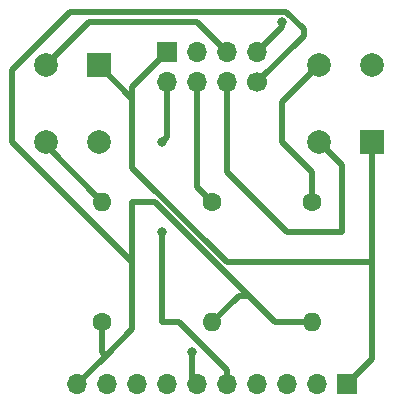
<source format=gbr>
%TF.GenerationSoftware,KiCad,Pcbnew,6.0.4-6f826c9f35~116~ubuntu21.10.1*%
%TF.CreationDate,2022-06-30T17:00:36-06:00*%
%TF.ProjectId,Flipper_DeAuther_2,466c6970-7065-4725-9f44-654175746865,rev?*%
%TF.SameCoordinates,Original*%
%TF.FileFunction,Copper,L2,Bot*%
%TF.FilePolarity,Positive*%
%FSLAX46Y46*%
G04 Gerber Fmt 4.6, Leading zero omitted, Abs format (unit mm)*
G04 Created by KiCad (PCBNEW 6.0.4-6f826c9f35~116~ubuntu21.10.1) date 2022-06-30 17:00:36*
%MOMM*%
%LPD*%
G01*
G04 APERTURE LIST*
%TA.AperFunction,ComponentPad*%
%ADD10C,2.000000*%
%TD*%
%TA.AperFunction,ComponentPad*%
%ADD11R,2.000000X2.000000*%
%TD*%
%TA.AperFunction,ComponentPad*%
%ADD12C,1.600000*%
%TD*%
%TA.AperFunction,ComponentPad*%
%ADD13O,1.600000X1.600000*%
%TD*%
%TA.AperFunction,ComponentPad*%
%ADD14C,1.700000*%
%TD*%
%TA.AperFunction,ComponentPad*%
%ADD15O,1.700000X1.700000*%
%TD*%
%TA.AperFunction,ComponentPad*%
%ADD16R,1.700000X1.700000*%
%TD*%
%TA.AperFunction,ViaPad*%
%ADD17C,0.800000*%
%TD*%
%TA.AperFunction,Conductor*%
%ADD18C,0.500000*%
%TD*%
G04 APERTURE END LIST*
D10*
%TO.P,Flash_SW1,1*%
%TO.N,/F2R*%
X129830000Y-88898800D03*
%TO.P,Flash_SW1,2*%
%TO.N,/E2F_Flash*%
X129830000Y-82398800D03*
%TO.P,Flash_SW1,3*%
%TO.N,unconnected-(Flash_SW1-Pad3)*%
X134330000Y-88898800D03*
D11*
%TO.P,Flash_SW1,4*%
%TO.N,/GND*%
X134330000Y-82398800D03*
%TD*%
D10*
%TO.P,Reset_SW1,1*%
%TO.N,/E2R_Reset*%
X152980000Y-88898800D03*
%TO.P,Reset_SW1,2*%
%TO.N,Net-(Reset_R1-Pad1)*%
X152980000Y-82398800D03*
D11*
%TO.P,Reset_SW1,3*%
%TO.N,/GND*%
X157480000Y-88898800D03*
D10*
%TO.P,Reset_SW1,4*%
%TO.N,unconnected-(Reset_SW1-Pad4)*%
X157480000Y-82398800D03*
%TD*%
D12*
%TO.P,CH_EN_R1,1*%
%TO.N,/E2R_CH_EN*%
X143946807Y-93980000D03*
D13*
%TO.P,CH_EN_R1,2*%
%TO.N,/+3.3V*%
X143946807Y-104140000D03*
%TD*%
D12*
%TO.P,Flash_R1,1*%
%TO.N,/+3.3V*%
X134620000Y-104140000D03*
D13*
%TO.P,Flash_R1,2*%
%TO.N,/F2R*%
X134620000Y-93980000D03*
%TD*%
D14*
%TO.P,ESP-01,1,Pin_1*%
%TO.N,/+3.3V*%
X147741807Y-83820000D03*
D15*
%TO.P,ESP-01,2,Pin_2*%
%TO.N,/F2E_TX2RX*%
X147741807Y-81280000D03*
%TO.P,ESP-01,3,Pin_3*%
%TO.N,/E2R_Reset*%
X145201807Y-83820000D03*
%TO.P,ESP-01,4,Pin_4*%
%TO.N,/E2F_Flash*%
X145201807Y-81280000D03*
%TO.P,ESP-01,5,Pin_5*%
%TO.N,/E2R_CH_EN*%
X142661807Y-83820000D03*
%TO.P,ESP-01,6,Pin_6*%
%TO.N,unconnected-(ESP8266-Pad6)*%
X142661807Y-81280000D03*
%TO.P,ESP-01,7,Pin_7*%
%TO.N,/F2E_RX2TX*%
X140121807Y-83820000D03*
D16*
%TO.P,ESP-01,8,Pin_8*%
%TO.N,/GND*%
X140121807Y-81280000D03*
%TD*%
%TO.P,Flipper_GPIO1,1,Pin_1*%
%TO.N,/GND*%
X155371807Y-109416999D03*
D15*
%TO.P,Flipper_GPIO1,2,Pin_2*%
%TO.N,unconnected-(Flipper_GPIO1-Pad2)*%
X152831807Y-109416999D03*
%TO.P,Flipper_GPIO1,3,Pin_3*%
%TO.N,unconnected-(Flipper_GPIO1-Pad3)*%
X150291807Y-109416999D03*
%TO.P,Flipper_GPIO1,4,Pin_4*%
%TO.N,unconnected-(Flipper_GPIO1-Pad4)*%
X147751807Y-109416999D03*
%TO.P,Flipper_GPIO1,5,Pin_5*%
%TO.N,/F2E_RX2TX*%
X145211807Y-109416999D03*
%TO.P,Flipper_GPIO1,6,Pin_6*%
%TO.N,/F2E_TX2RX*%
X142671807Y-109416999D03*
%TO.P,Flipper_GPIO1,7,Pin_7*%
%TO.N,unconnected-(Flipper_GPIO1-Pad7)*%
X140131807Y-109416999D03*
%TO.P,Flipper_GPIO1,8,Pin_8*%
%TO.N,unconnected-(Flipper_GPIO1-Pad8)*%
X137591807Y-109416999D03*
%TO.P,Flipper_GPIO1,9,Pin_9*%
%TO.N,unconnected-(Flipper_GPIO1-Pad9)*%
X135051807Y-109416999D03*
%TO.P,Flipper_GPIO1,10,Pin_10*%
%TO.N,/+3.3V*%
X132511807Y-109416999D03*
%TD*%
D12*
%TO.P,Reset_R1,1*%
%TO.N,Net-(Reset_R1-Pad1)*%
X152400000Y-93980000D03*
D13*
%TO.P,Reset_R1,2*%
%TO.N,/+3.3V*%
X152400000Y-104140000D03*
%TD*%
D17*
%TO.N,/F2E_RX2TX*%
X139700000Y-96520000D03*
X139700000Y-88900000D03*
%TO.N,/F2E_TX2RX*%
X149860000Y-78740000D03*
X142240000Y-106680000D03*
%TD*%
D18*
%TO.N,/E2R_Reset*%
X145201807Y-83820000D02*
X145201807Y-91475345D01*
X145201807Y-91475345D02*
X150246462Y-96520000D01*
X150246462Y-96520000D02*
X154940000Y-96520000D01*
X154940000Y-96520000D02*
X154940000Y-90858800D01*
X154940000Y-90858800D02*
X152980000Y-88898800D01*
%TO.N,Net-(Reset_R1-Pad1)*%
X152980000Y-82398800D02*
X149860000Y-85518800D01*
X149860000Y-85518800D02*
X149860000Y-88900000D01*
X149860000Y-88900000D02*
X152400000Y-91440000D01*
X152400000Y-91440000D02*
X152400000Y-93980000D01*
%TO.N,/+3.3V*%
X152400000Y-104140000D02*
X149224282Y-104140000D01*
X139064282Y-93980000D02*
X137160000Y-93980000D01*
X151675489Y-79886318D02*
X151675489Y-79354098D01*
X137160000Y-104768806D02*
X134934403Y-106994403D01*
X147741807Y-83820000D02*
X151675489Y-79886318D01*
X146168948Y-101917859D02*
X147002141Y-101917859D01*
X134620000Y-106680000D02*
X134934403Y-106994403D01*
X127000000Y-82785489D02*
X127000000Y-88900000D01*
X137160000Y-93980000D02*
X137160000Y-99060000D01*
X143946807Y-104140000D02*
X146168948Y-101917859D01*
X150211880Y-77890489D02*
X131895000Y-77890489D01*
X151675489Y-79354098D02*
X150211880Y-77890489D01*
X134934403Y-106994403D02*
X132511807Y-109416999D01*
X131895000Y-77890489D02*
X127000000Y-82785489D01*
X149224282Y-104140000D02*
X147002141Y-101917859D01*
X127000000Y-88900000D02*
X137160000Y-99060000D01*
X147002141Y-101917859D02*
X139064282Y-93980000D01*
X137160000Y-99060000D02*
X137160000Y-104768806D01*
X134620000Y-104140000D02*
X134620000Y-106680000D01*
%TO.N,/GND*%
X145133552Y-99060000D02*
X157480000Y-99060000D01*
X137160000Y-85228800D02*
X137160000Y-86360000D01*
X157480000Y-107308806D02*
X155371807Y-109416999D01*
X140121807Y-81280000D02*
X137160000Y-84241807D01*
X134330000Y-82398800D02*
X137160000Y-85228800D01*
X137160000Y-91086448D02*
X145133552Y-99060000D01*
X157480000Y-99060000D02*
X157480000Y-107308806D01*
X137160000Y-86360000D02*
X137160000Y-91086448D01*
X157480000Y-88898800D02*
X157480000Y-99060000D01*
X137160000Y-84241807D02*
X137160000Y-86360000D01*
%TO.N,/F2E_RX2TX*%
X140121807Y-88478193D02*
X140121807Y-83820000D01*
X145211807Y-109416999D02*
X145211807Y-108214918D01*
X145211807Y-108214918D02*
X141136889Y-104140000D01*
X141136889Y-104140000D02*
X139700000Y-104140000D01*
X139700000Y-104140000D02*
X139700000Y-96520000D01*
X139700000Y-88900000D02*
X140121807Y-88478193D01*
%TO.N,/F2E_TX2RX*%
X142240000Y-109220000D02*
X142436999Y-109416999D01*
X149860000Y-79161807D02*
X149860000Y-78740000D01*
X142240000Y-106680000D02*
X142240000Y-109220000D01*
X147741807Y-81280000D02*
X149860000Y-79161807D01*
X142436999Y-109416999D02*
X142671807Y-109416999D01*
%TO.N,/E2F_Flash*%
X129830000Y-82398800D02*
X133488800Y-78740000D01*
X133488800Y-78740000D02*
X142661807Y-78740000D01*
X142661807Y-78740000D02*
X145201807Y-81280000D01*
%TO.N,/F2R*%
X129830000Y-88898800D02*
X129830000Y-89190000D01*
X129830000Y-89190000D02*
X134620000Y-93980000D01*
%TO.N,/E2R_CH_EN*%
X142661807Y-83820000D02*
X142661807Y-92695000D01*
X142661807Y-92695000D02*
X143946807Y-93980000D01*
%TD*%
M02*

</source>
